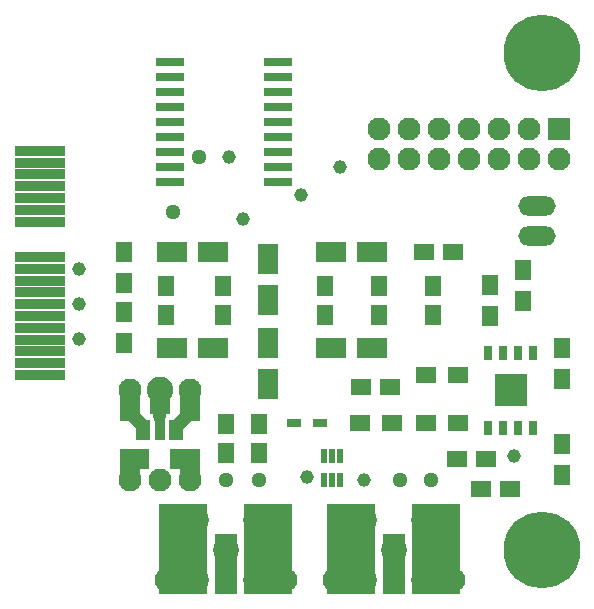
<source format=gts>
G04 #@! TF.FileFunction,Soldermask,Top*
%FSLAX46Y46*%
G04 Gerber Fmt 4.6, Leading zero omitted, Abs format (unit mm)*
G04 Created by KiCad (PCBNEW 4.0.1-3.201512221402+6198~38~ubuntu14.04.1-stable) date Tue 26 Jan 2016 10:17:27 AM EST*
%MOMM*%
G01*
G04 APERTURE LIST*
%ADD10C,0.100000*%
%ADD11R,1.952400X1.952400*%
%ADD12C,1.952400*%
%ADD13R,4.352400X0.852400*%
%ADD14R,2.352400X0.752400*%
%ADD15R,1.153160X0.751840*%
%ADD16R,1.652400X1.452400*%
%ADD17R,1.452400X1.652400*%
%ADD18R,1.803400X2.692400*%
%ADD19R,1.802400X2.692400*%
%ADD20R,1.168400X1.676400*%
%ADD21R,1.167400X1.802400*%
%ADD22R,0.912400X1.802400*%
%ADD23R,1.802400X2.152400*%
%ADD24C,2.252400*%
%ADD25R,1.402400X1.652400*%
%ADD26R,1.652400X1.402400*%
%ADD27C,1.295400*%
%ADD28R,0.552400X1.152400*%
%ADD29O,3.167380X1.658620*%
%ADD30R,1.952400X5.152400*%
%ADD31R,4.112400X7.696200*%
%ADD32C,2.184400*%
%ADD33R,2.652400X1.752400*%
%ADD34R,1.752400X2.652400*%
%ADD35R,0.660400X1.295400*%
%ADD36R,2.692400X2.692400*%
%ADD37C,6.502400*%
%ADD38C,1.168400*%
G04 APERTURE END LIST*
D10*
D11*
X47480000Y-10404000D03*
D12*
X44940000Y-10404000D03*
X42400000Y-10404000D03*
X39860000Y-10404000D03*
X37320000Y-10404000D03*
X34780000Y-10404000D03*
X47480000Y-12944000D03*
X44940000Y-12944000D03*
X42400000Y-12944000D03*
X39860000Y-12944000D03*
X37320000Y-12944000D03*
X34780000Y-12944000D03*
X32240000Y-12944000D03*
X32240000Y-10404000D03*
D13*
X3550000Y-31200000D03*
X3550000Y-30200000D03*
X3550000Y-29200000D03*
X3550000Y-28200000D03*
X3550000Y-27200000D03*
X3550000Y-26200000D03*
X3550000Y-25200000D03*
X3550000Y-24200000D03*
X3550000Y-23200000D03*
X3550000Y-22200000D03*
X3550000Y-21200000D03*
X3550000Y-18200000D03*
X3550000Y-17200000D03*
X3550000Y-16200000D03*
X3550000Y-15200000D03*
X3550000Y-14200000D03*
X3550000Y-13200000D03*
X3550000Y-12200000D03*
D14*
X14550000Y-4720000D03*
X14550000Y-5990000D03*
X14550000Y-7260000D03*
X14550000Y-8530000D03*
X14550000Y-9800000D03*
X14550000Y-11070000D03*
X14550000Y-12340000D03*
X14550000Y-13610000D03*
X14550000Y-14880000D03*
X23750000Y-4720000D03*
X23750000Y-5990000D03*
X23750000Y-7260000D03*
X23750000Y-8530000D03*
X23750000Y-9800000D03*
X23750000Y-11070000D03*
X23750000Y-12340000D03*
X23750000Y-13610000D03*
X23750000Y-14880000D03*
D15*
X27243820Y-35296000D03*
X25044180Y-35296000D03*
D16*
X33336000Y-35296000D03*
X30636000Y-35296000D03*
D17*
X44432000Y-22262000D03*
X44432000Y-24962000D03*
X41638000Y-23532000D03*
X41638000Y-26232000D03*
D16*
X38924000Y-31232000D03*
X36224000Y-31232000D03*
D17*
X47734000Y-28866000D03*
X47734000Y-31566000D03*
D16*
X38924000Y-35296000D03*
X36224000Y-35296000D03*
D17*
X47734000Y-39694000D03*
X47734000Y-36994000D03*
D12*
X13698000Y-40122000D03*
D18*
X11158000Y-38852000D03*
X16238000Y-38852000D03*
D19*
X11158000Y-33772000D03*
D10*
G36*
X13241800Y-35118200D02*
X12791800Y-32425800D01*
X14604200Y-32425800D01*
X14154200Y-35118200D01*
X13241800Y-35118200D01*
X13241800Y-35118200D01*
G37*
D19*
X16238000Y-33772000D03*
D20*
X12224800Y-38344000D03*
X15171200Y-38344000D03*
D21*
X12300500Y-35862000D03*
D22*
X13698000Y-35862000D03*
D21*
X15095500Y-35862000D03*
D10*
G36*
X11793000Y-35856870D02*
X10978130Y-35042000D01*
X11793000Y-34227130D01*
X12607870Y-35042000D01*
X11793000Y-35856870D01*
X11793000Y-35856870D01*
G37*
G36*
X15603000Y-35856870D02*
X14788130Y-35042000D01*
X15603000Y-34227130D01*
X16417870Y-35042000D01*
X15603000Y-35856870D01*
X15603000Y-35856870D01*
G37*
D23*
X13698000Y-33502000D03*
D12*
X16238000Y-32502000D03*
D24*
X13698000Y-32502000D03*
D12*
X11158000Y-32502000D03*
X11158000Y-40122000D03*
X16238000Y-40122000D03*
D25*
X14206000Y-23632000D03*
X14206000Y-26132000D03*
X19032000Y-23632000D03*
X19032000Y-26132000D03*
X27668000Y-23632000D03*
X27668000Y-26132000D03*
X32240000Y-23632000D03*
X32240000Y-26132000D03*
D26*
X38570000Y-20818000D03*
X36070000Y-20818000D03*
D25*
X36812000Y-23632000D03*
X36812000Y-26132000D03*
D26*
X33236000Y-32248000D03*
X30736000Y-32248000D03*
X41364000Y-38344000D03*
X38864000Y-38344000D03*
D25*
X19286000Y-35316000D03*
X19286000Y-37816000D03*
X22080000Y-37816000D03*
X22080000Y-35316000D03*
D17*
X10650000Y-28518000D03*
X10650000Y-25818000D03*
X10650000Y-23438000D03*
X10650000Y-20738000D03*
D26*
X40896000Y-40884000D03*
X43396000Y-40884000D03*
D27*
X36685000Y-40122000D03*
X22080000Y-40122000D03*
X19286000Y-40122000D03*
X34018000Y-40122000D03*
D28*
X28938000Y-38090000D03*
X28288000Y-38090000D03*
X27638000Y-38090000D03*
X27638000Y-40040000D03*
X28288000Y-40040000D03*
X28938000Y-40040000D03*
D27*
X14841000Y-17389000D03*
D29*
X45600400Y-19395600D03*
X45600400Y-16855600D03*
D12*
X28430000Y-48567500D03*
X38590000Y-48567500D03*
D30*
X33510000Y-47187500D03*
D31*
X37130000Y-45925900D03*
X29890000Y-45925900D03*
D32*
X30970000Y-48567500D03*
X36050000Y-48567500D03*
D12*
X33510000Y-48567500D03*
D32*
X36050000Y-43487500D03*
X30970000Y-43487500D03*
X33510000Y-46027500D03*
D12*
X14206000Y-48567500D03*
X24366000Y-48567500D03*
D30*
X19286000Y-47187500D03*
D31*
X22906000Y-45925900D03*
X15666000Y-45925900D03*
D32*
X16746000Y-48567500D03*
X21826000Y-48567500D03*
D12*
X19286000Y-48567500D03*
D32*
X21826000Y-43487500D03*
X16746000Y-43487500D03*
X19286000Y-46027500D03*
D33*
X14742000Y-20818000D03*
X18242000Y-20818000D03*
X18242000Y-28946000D03*
X14742000Y-28946000D03*
D34*
X22842000Y-21354000D03*
X22842000Y-24854000D03*
X22842000Y-31966000D03*
X22842000Y-28466000D03*
D33*
X28204000Y-20818000D03*
X31704000Y-20818000D03*
X28204000Y-28946000D03*
X31704000Y-28946000D03*
D35*
X45321000Y-35677000D03*
X44051000Y-35677000D03*
X42781000Y-35677000D03*
X41511000Y-35677000D03*
X41511000Y-29327000D03*
X42781000Y-29327000D03*
X44051000Y-29327000D03*
X45321000Y-29327000D03*
D36*
X43416000Y-32502000D03*
D37*
X46049980Y-3899060D03*
X46049980Y-45999560D03*
D38*
X26144000Y-39868000D03*
X25636000Y-15992000D03*
D27*
X17000000Y-12740800D03*
D38*
X6850000Y-25200000D03*
X6840000Y-28184000D03*
X6850000Y-22200000D03*
X30970000Y-40122000D03*
X19540000Y-12740800D03*
X28938000Y-13579000D03*
X20708400Y-17973200D03*
X43670000Y-38090000D03*
M02*

</source>
